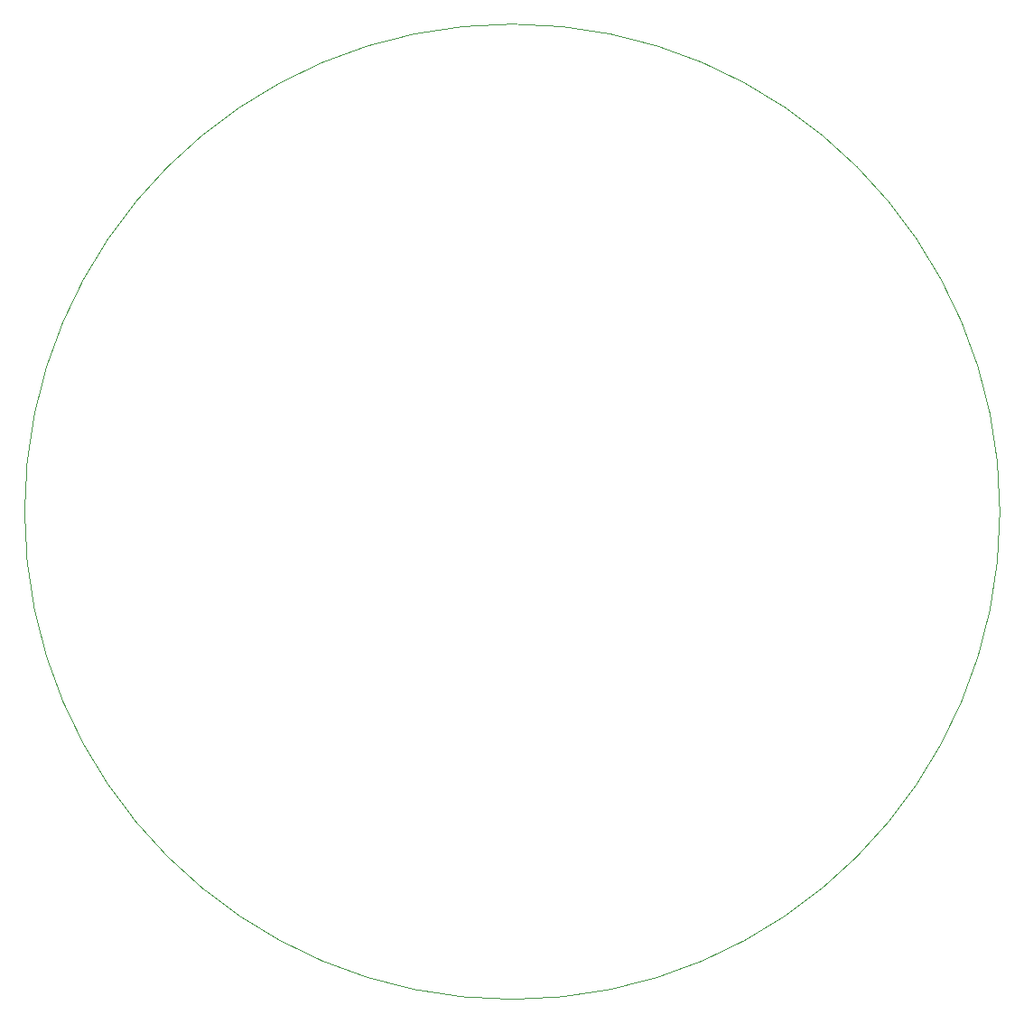
<source format=gbr>
G04 #@! TF.GenerationSoftware,KiCad,Pcbnew,(5.1.2)-1*
G04 #@! TF.CreationDate,2019-07-31T22:00:42+02:00*
G04 #@! TF.ProjectId,OpenMQTTGatewayPCB,4f70656e-4d51-4545-9447-617465776179,1*
G04 #@! TF.SameCoordinates,Original*
G04 #@! TF.FileFunction,Profile,NP*
%FSLAX46Y46*%
G04 Gerber Fmt 4.6, Leading zero omitted, Abs format (unit mm)*
G04 Created by KiCad (PCBNEW (5.1.2)-1) date 2019-07-31 22:00:42*
%MOMM*%
%LPD*%
G04 APERTURE LIST*
%ADD10C,0.050000*%
G04 APERTURE END LIST*
D10*
X142240000Y-73660000D02*
G75*
G03X142240000Y-73660000I-45720000J0D01*
G01*
M02*

</source>
